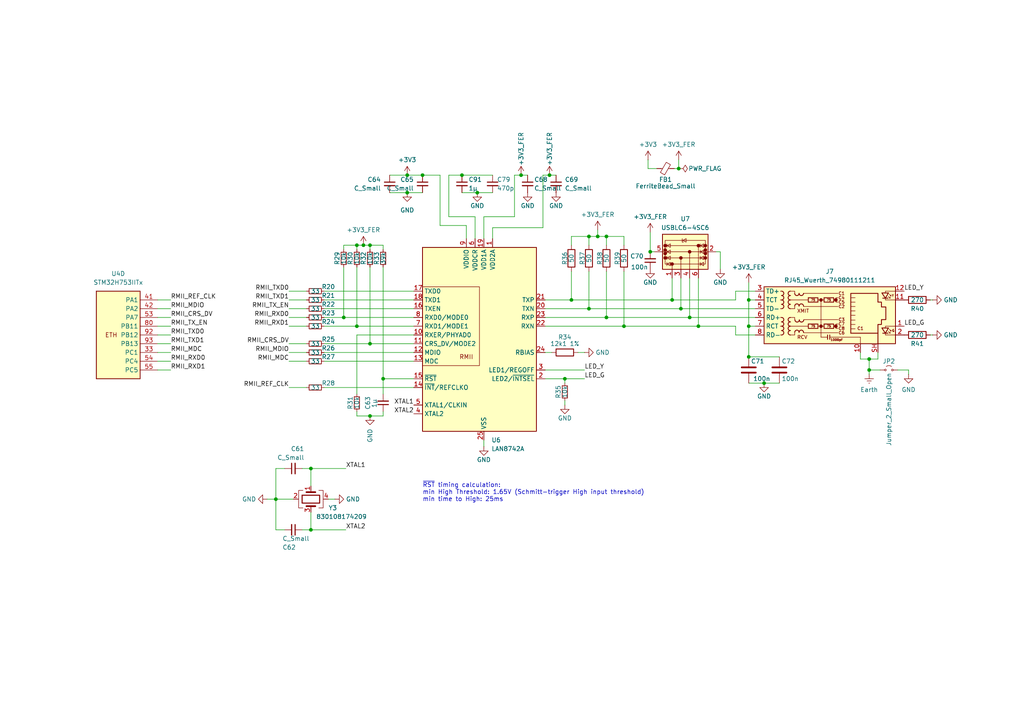
<source format=kicad_sch>
(kicad_sch
	(version 20231120)
	(generator "eeschema")
	(generator_version "8.0")
	(uuid "646f0ec7-69cc-4f42-8786-19ce68dbe63b")
	(paper "A4")
	
	(junction
		(at 196.85 48.895)
		(diameter 0)
		(color 0 0 0 0)
		(uuid "049ee6f0-edd9-4de9-9d41-d67b7d7371c4")
	)
	(junction
		(at 252.095 107.315)
		(diameter 0)
		(color 0 0 0 0)
		(uuid "0a4dc002-a1a1-4420-82d9-0f8650ef61be")
	)
	(junction
		(at 111.125 109.855)
		(diameter 0)
		(color 0 0 0 0)
		(uuid "0aeb24f3-d935-490b-b775-65b25b725630")
	)
	(junction
		(at 194.945 86.995)
		(diameter 0)
		(color 0 0 0 0)
		(uuid "0fb4ec72-262c-40e3-9fd7-114db742f106")
	)
	(junction
		(at 163.83 109.855)
		(diameter 0)
		(color 0 0 0 0)
		(uuid "1b0dfb70-1ae2-419b-8562-dfad3b9b2ec1")
	)
	(junction
		(at 103.505 94.615)
		(diameter 0)
		(color 0 0 0 0)
		(uuid "2035bcc3-7426-4bcb-8edc-fae5b3357d94")
	)
	(junction
		(at 151.13 50.8)
		(diameter 0)
		(color 0 0 0 0)
		(uuid "2647d42f-9872-4cd1-b370-3dd4abad0ecf")
	)
	(junction
		(at 180.975 94.615)
		(diameter 0)
		(color 0 0 0 0)
		(uuid "365a1506-233c-4ff0-95cc-7f7a59db9742")
	)
	(junction
		(at 200.025 92.075)
		(diameter 0)
		(color 0 0 0 0)
		(uuid "39ba61ac-1fc3-4cdb-b801-1efe81804a82")
	)
	(junction
		(at 107.315 120.65)
		(diameter 0)
		(color 0 0 0 0)
		(uuid "3caa55c8-7e53-48bf-9414-1076f45003e0")
	)
	(junction
		(at 105.41 71.12)
		(diameter 0)
		(color 0 0 0 0)
		(uuid "4563f12f-6c71-486f-bec4-dc93e0f0bdd0")
	)
	(junction
		(at 165.735 86.995)
		(diameter 0)
		(color 0 0 0 0)
		(uuid "463d78f6-9a6e-4f37-93c6-b49793c12db1")
	)
	(junction
		(at 118.11 55.88)
		(diameter 0)
		(color 0 0 0 0)
		(uuid "4bf41199-004c-45e6-afd5-495ee1701c9b")
	)
	(junction
		(at 159.385 50.8)
		(diameter 0)
		(color 0 0 0 0)
		(uuid "4d300525-7eec-4176-997d-066554a55c5b")
	)
	(junction
		(at 221.615 111.125)
		(diameter 0)
		(color 0 0 0 0)
		(uuid "5f43df96-af99-4f70-af0c-81c21162083a")
	)
	(junction
		(at 217.17 86.995)
		(diameter 0)
		(color 0 0 0 0)
		(uuid "608c3ba2-14a8-4f9c-8522-bde368058f20")
	)
	(junction
		(at 80.01 144.78)
		(diameter 0)
		(color 0 0 0 0)
		(uuid "787f373f-9e88-4948-aee8-3d2848b59e9a")
	)
	(junction
		(at 175.895 92.075)
		(diameter 0)
		(color 0 0 0 0)
		(uuid "7fe16ac2-7ca3-4751-a581-5dcb8a6c92fd")
	)
	(junction
		(at 217.17 103.505)
		(diameter 0)
		(color 0 0 0 0)
		(uuid "9beb3c46-0a2f-4454-ac89-62302ac3b4b6")
	)
	(junction
		(at 99.695 92.075)
		(diameter 0)
		(color 0 0 0 0)
		(uuid "a19ea777-a0c8-4300-8c9c-2eff811d80a8")
	)
	(junction
		(at 173.355 68.58)
		(diameter 0)
		(color 0 0 0 0)
		(uuid "aae18f9d-4e04-46ce-b266-d0e944fa6fe0")
	)
	(junction
		(at 103.505 71.12)
		(diameter 0)
		(color 0 0 0 0)
		(uuid "abafef1c-2e60-46e4-a8ae-5d7767c8353f")
	)
	(junction
		(at 90.17 135.89)
		(diameter 0)
		(color 0 0 0 0)
		(uuid "aebe97b2-90e8-4de5-ae36-1e13702e691f")
	)
	(junction
		(at 217.17 94.615)
		(diameter 0)
		(color 0 0 0 0)
		(uuid "b9cce664-a30d-45fa-9a00-8b22b82def88")
	)
	(junction
		(at 202.565 94.615)
		(diameter 0)
		(color 0 0 0 0)
		(uuid "bf3fee38-ce73-4e40-99a7-39375a04cd81")
	)
	(junction
		(at 170.815 89.535)
		(diameter 0)
		(color 0 0 0 0)
		(uuid "c3700580-2003-4b1e-b1bb-6f518b3b860f")
	)
	(junction
		(at 107.315 71.12)
		(diameter 0)
		(color 0 0 0 0)
		(uuid "c8b15e7b-5ed9-416a-93dc-b2a461b3b216")
	)
	(junction
		(at 107.315 99.695)
		(diameter 0)
		(color 0 0 0 0)
		(uuid "d39b6d90-3daf-408a-85ef-31f5d5d58189")
	)
	(junction
		(at 170.815 68.58)
		(diameter 0)
		(color 0 0 0 0)
		(uuid "dbd60596-381e-4027-a0e0-5a70fa2bfffb")
	)
	(junction
		(at 118.11 50.8)
		(diameter 0)
		(color 0 0 0 0)
		(uuid "e18b112c-1c1f-4eb5-a9e5-ee22a43b638c")
	)
	(junction
		(at 175.895 68.58)
		(diameter 0)
		(color 0 0 0 0)
		(uuid "e67fad01-e732-47db-8c6b-05e5527967e6")
	)
	(junction
		(at 188.595 73.025)
		(diameter 0)
		(color 0 0 0 0)
		(uuid "f00bcc62-17d4-4f90-8f03-15fd4a6927a5")
	)
	(junction
		(at 197.485 89.535)
		(diameter 0)
		(color 0 0 0 0)
		(uuid "f2e34f27-b83c-4a30-9fb3-fde1faa8bd40")
	)
	(junction
		(at 90.17 153.67)
		(diameter 0)
		(color 0 0 0 0)
		(uuid "f671a679-fe35-4bcb-8fc5-8cfb555ede48")
	)
	(junction
		(at 138.43 55.88)
		(diameter 0)
		(color 0 0 0 0)
		(uuid "f7882165-b142-422f-b8b9-e7dd0618ad3f")
	)
	(junction
		(at 133.985 50.8)
		(diameter 0)
		(color 0 0 0 0)
		(uuid "f8fde5d8-42bd-473d-8f11-6dac1d9074ab")
	)
	(junction
		(at 122.555 50.8)
		(diameter 0)
		(color 0 0 0 0)
		(uuid "fd3d56cb-5792-4948-87e2-9e094dd849b5")
	)
	(junction
		(at 252.095 104.14)
		(diameter 0)
		(color 0 0 0 0)
		(uuid "fe636ced-f702-4712-8005-0b89218216b5")
	)
	(wire
		(pts
			(xy 217.17 111.125) (xy 221.615 111.125)
		)
		(stroke
			(width 0)
			(type default)
		)
		(uuid "00144ff2-1693-4af6-869b-7e0a6c94bd1c")
	)
	(wire
		(pts
			(xy 157.48 50.8) (xy 157.48 66.04)
		)
		(stroke
			(width 0)
			(type default)
		)
		(uuid "01affafa-6033-4662-b39b-b9bf66857308")
	)
	(wire
		(pts
			(xy 80.01 144.78) (xy 77.47 144.78)
		)
		(stroke
			(width 0)
			(type default)
		)
		(uuid "01ba70ec-75c3-48c2-bdc1-3082c9c1ff85")
	)
	(wire
		(pts
			(xy 263.525 108.585) (xy 263.525 107.315)
		)
		(stroke
			(width 0)
			(type default)
		)
		(uuid "06da63f1-7d48-4675-bf23-6154b3e6b7ac")
	)
	(wire
		(pts
			(xy 170.815 68.58) (xy 173.355 68.58)
		)
		(stroke
			(width 0)
			(type default)
		)
		(uuid "08911034-c627-4506-90df-866254fed377")
	)
	(wire
		(pts
			(xy 200.025 92.075) (xy 219.075 92.075)
		)
		(stroke
			(width 0)
			(type default)
		)
		(uuid "09c9e282-deee-40a3-9fa8-291b206bd2f5")
	)
	(wire
		(pts
			(xy 188.595 73.025) (xy 189.865 73.025)
		)
		(stroke
			(width 0)
			(type default)
		)
		(uuid "0af78097-134e-4eab-8e4d-2b17537b0a86")
	)
	(wire
		(pts
			(xy 103.505 71.12) (xy 103.505 72.39)
		)
		(stroke
			(width 0)
			(type default)
		)
		(uuid "0d4f2b73-4153-4178-a506-1e102a676c5a")
	)
	(wire
		(pts
			(xy 173.355 68.58) (xy 175.895 68.58)
		)
		(stroke
			(width 0)
			(type default)
		)
		(uuid "0fccca0a-4dda-4e18-8f4f-5693216504e8")
	)
	(wire
		(pts
			(xy 202.565 80.645) (xy 202.565 94.615)
		)
		(stroke
			(width 0)
			(type default)
		)
		(uuid "118a8e0b-9dfc-4ffd-9d07-d677aabac299")
	)
	(wire
		(pts
			(xy 118.11 50.8) (xy 122.555 50.8)
		)
		(stroke
			(width 0)
			(type default)
		)
		(uuid "142354ed-9bf0-4114-ba7d-84b1d9257e05")
	)
	(wire
		(pts
			(xy 170.815 78.74) (xy 170.815 89.535)
		)
		(stroke
			(width 0)
			(type default)
		)
		(uuid "15301487-0332-4c24-87d6-9ebe513c5aa8")
	)
	(wire
		(pts
			(xy 180.975 78.74) (xy 180.975 94.615)
		)
		(stroke
			(width 0)
			(type default)
		)
		(uuid "16d55de7-d73b-4de9-a28a-2ad1512f7552")
	)
	(wire
		(pts
			(xy 173.355 66.675) (xy 173.355 68.58)
		)
		(stroke
			(width 0)
			(type default)
		)
		(uuid "20e0de63-6e19-4287-9b59-e7006fd03ea4")
	)
	(wire
		(pts
			(xy 165.735 71.12) (xy 165.735 68.58)
		)
		(stroke
			(width 0)
			(type default)
		)
		(uuid "2125a24a-c2df-4b5f-9ce4-1ba7ca1ac7f3")
	)
	(wire
		(pts
			(xy 217.17 94.615) (xy 219.075 94.615)
		)
		(stroke
			(width 0)
			(type default)
		)
		(uuid "220e8c9f-eddd-4d41-b867-0777ab93f49f")
	)
	(wire
		(pts
			(xy 45.72 92.075) (xy 49.53 92.075)
		)
		(stroke
			(width 0)
			(type default)
		)
		(uuid "23d2efb4-7bcc-48a4-909b-bbd3d05a2745")
	)
	(wire
		(pts
			(xy 158.115 94.615) (xy 180.975 94.615)
		)
		(stroke
			(width 0)
			(type default)
		)
		(uuid "2654fbbe-d5a5-49a7-96c1-e5d3d9cbd202")
	)
	(wire
		(pts
			(xy 103.505 97.155) (xy 103.505 114.3)
		)
		(stroke
			(width 0)
			(type default)
		)
		(uuid "26b370ea-f94a-4cc7-8796-34563f511ab4")
	)
	(wire
		(pts
			(xy 122.555 50.8) (xy 127.635 50.8)
		)
		(stroke
			(width 0)
			(type default)
		)
		(uuid "279ee345-a8ac-4a81-89cf-2abbd26670bf")
	)
	(wire
		(pts
			(xy 83.82 92.075) (xy 88.9 92.075)
		)
		(stroke
			(width 0)
			(type default)
		)
		(uuid "28e1c6e0-596e-45fc-a2ae-dfd4218dcc2b")
	)
	(wire
		(pts
			(xy 93.98 89.535) (xy 120.015 89.535)
		)
		(stroke
			(width 0)
			(type default)
		)
		(uuid "2908b5f3-1eb4-488d-b97d-e1d760736771")
	)
	(wire
		(pts
			(xy 127.635 65.405) (xy 135.255 65.405)
		)
		(stroke
			(width 0)
			(type default)
		)
		(uuid "29531760-dd99-46ec-b090-373b73def878")
	)
	(wire
		(pts
			(xy 93.98 92.075) (xy 99.695 92.075)
		)
		(stroke
			(width 0)
			(type default)
		)
		(uuid "2b2480a8-a9e9-4d94-a36d-49898046089b")
	)
	(wire
		(pts
			(xy 45.72 104.775) (xy 49.53 104.775)
		)
		(stroke
			(width 0)
			(type default)
		)
		(uuid "2d1889fb-b78d-46bc-9b9f-a77d13ac50da")
	)
	(wire
		(pts
			(xy 149.225 62.865) (xy 140.335 62.865)
		)
		(stroke
			(width 0)
			(type default)
		)
		(uuid "2da8ee30-603c-4699-bd2a-d6150ecec628")
	)
	(wire
		(pts
			(xy 45.72 102.235) (xy 49.53 102.235)
		)
		(stroke
			(width 0)
			(type default)
		)
		(uuid "2fcd5923-5415-4aa0-b1b2-2572d5169ef0")
	)
	(wire
		(pts
			(xy 213.36 97.155) (xy 213.36 94.615)
		)
		(stroke
			(width 0)
			(type default)
		)
		(uuid "303ec749-b4df-4895-af78-935caf4ffa85")
	)
	(wire
		(pts
			(xy 249.555 102.235) (xy 249.555 104.14)
		)
		(stroke
			(width 0)
			(type default)
		)
		(uuid "339e1b2d-bb9b-420b-8721-d254f6400d5d")
	)
	(wire
		(pts
			(xy 83.82 102.235) (xy 88.9 102.235)
		)
		(stroke
			(width 0)
			(type default)
		)
		(uuid "34208d06-6624-45f4-8759-b98580b4cab6")
	)
	(wire
		(pts
			(xy 93.98 102.235) (xy 120.015 102.235)
		)
		(stroke
			(width 0)
			(type default)
		)
		(uuid "35e81548-5ac8-467a-a178-4c0ac688ccd6")
	)
	(wire
		(pts
			(xy 83.82 94.615) (xy 88.9 94.615)
		)
		(stroke
			(width 0)
			(type default)
		)
		(uuid "3a18ed65-3736-42ee-a19e-d4fe4e0db912")
	)
	(wire
		(pts
			(xy 130.175 50.8) (xy 130.175 62.865)
		)
		(stroke
			(width 0)
			(type default)
		)
		(uuid "429cc455-908c-4731-9f3e-59cdf1306dda")
	)
	(wire
		(pts
			(xy 83.82 89.535) (xy 88.9 89.535)
		)
		(stroke
			(width 0)
			(type default)
		)
		(uuid "436c1e9b-5847-48e1-8461-50d0c76d4f4d")
	)
	(wire
		(pts
			(xy 163.83 109.855) (xy 158.115 109.855)
		)
		(stroke
			(width 0)
			(type default)
		)
		(uuid "43dae1d9-5de7-4a35-8a77-507e554c0068")
	)
	(wire
		(pts
			(xy 187.96 48.895) (xy 190.5 48.895)
		)
		(stroke
			(width 0)
			(type default)
		)
		(uuid "48a5b44a-d3cd-4119-adc8-7a67986557fb")
	)
	(wire
		(pts
			(xy 194.945 86.995) (xy 213.36 86.995)
		)
		(stroke
			(width 0)
			(type default)
		)
		(uuid "49a09884-c4f9-4fb9-af64-7c5e38ae0089")
	)
	(wire
		(pts
			(xy 175.895 92.075) (xy 200.025 92.075)
		)
		(stroke
			(width 0)
			(type default)
		)
		(uuid "4b7f8fc0-827f-4f00-b156-8f616aaebcf6")
	)
	(wire
		(pts
			(xy 107.315 77.47) (xy 107.315 99.695)
		)
		(stroke
			(width 0)
			(type default)
		)
		(uuid "4bc5c759-75f0-40ef-a141-a41cb1f491fc")
	)
	(wire
		(pts
			(xy 175.895 78.74) (xy 175.895 92.075)
		)
		(stroke
			(width 0)
			(type default)
		)
		(uuid "4d5374fe-a43a-4c9b-b414-195fc28fb9b7")
	)
	(wire
		(pts
			(xy 111.125 72.39) (xy 111.125 71.12)
		)
		(stroke
			(width 0)
			(type default)
		)
		(uuid "4dff4e67-cad5-4f92-98a5-4953a8dd4e56")
	)
	(wire
		(pts
			(xy 82.55 153.67) (xy 80.01 153.67)
		)
		(stroke
			(width 0)
			(type default)
		)
		(uuid "4e385c0d-88cc-48c9-a4b5-aefeda986768")
	)
	(wire
		(pts
			(xy 133.985 55.88) (xy 138.43 55.88)
		)
		(stroke
			(width 0)
			(type default)
		)
		(uuid "522a4a19-7f4a-411b-b5a1-ed8003c0efd3")
	)
	(wire
		(pts
			(xy 83.82 86.995) (xy 88.9 86.995)
		)
		(stroke
			(width 0)
			(type default)
		)
		(uuid "52bf19ae-217a-4d6e-9ab1-0d2ab2ccf89a")
	)
	(wire
		(pts
			(xy 270.51 86.995) (xy 269.875 86.995)
		)
		(stroke
			(width 0)
			(type default)
		)
		(uuid "55698565-bacc-4261-aa34-18d5c76ebd76")
	)
	(wire
		(pts
			(xy 197.485 80.645) (xy 197.485 89.535)
		)
		(stroke
			(width 0)
			(type default)
		)
		(uuid "56d8dadf-b674-4028-8f4e-65c3909af058")
	)
	(wire
		(pts
			(xy 83.82 84.455) (xy 88.9 84.455)
		)
		(stroke
			(width 0)
			(type default)
		)
		(uuid "5937e630-c0ef-452a-b08d-abca98131ba2")
	)
	(wire
		(pts
			(xy 45.72 89.535) (xy 49.53 89.535)
		)
		(stroke
			(width 0)
			(type default)
		)
		(uuid "5e24a51b-7d35-445e-a28a-0a7f428dde79")
	)
	(wire
		(pts
			(xy 95.25 144.78) (xy 97.155 144.78)
		)
		(stroke
			(width 0)
			(type default)
		)
		(uuid "61508d60-da4b-43b3-894f-9d6e19fa150a")
	)
	(wire
		(pts
			(xy 103.505 97.155) (xy 120.015 97.155)
		)
		(stroke
			(width 0)
			(type default)
		)
		(uuid "61b320ff-404a-46cc-a700-a316d6f91a6b")
	)
	(wire
		(pts
			(xy 187.96 46.355) (xy 187.96 48.895)
		)
		(stroke
			(width 0)
			(type default)
		)
		(uuid "61d58686-f4f3-4cd0-9e72-c6599e6e60e5")
	)
	(wire
		(pts
			(xy 163.83 109.855) (xy 163.83 111.125)
		)
		(stroke
			(width 0)
			(type default)
		)
		(uuid "674f085f-fb53-4729-8e44-4201119212aa")
	)
	(wire
		(pts
			(xy 165.735 86.995) (xy 194.945 86.995)
		)
		(stroke
			(width 0)
			(type default)
		)
		(uuid "68e7ac38-1da3-479d-a797-f782c6d0134f")
	)
	(wire
		(pts
			(xy 130.175 50.8) (xy 133.985 50.8)
		)
		(stroke
			(width 0)
			(type default)
		)
		(uuid "68f2f386-eb02-421e-a7d1-2f8fbe6da36d")
	)
	(wire
		(pts
			(xy 113.03 50.8) (xy 118.11 50.8)
		)
		(stroke
			(width 0)
			(type default)
		)
		(uuid "68fb5c3d-f8f2-47a7-a0d0-a55e8c94480d")
	)
	(wire
		(pts
			(xy 213.36 84.455) (xy 219.075 84.455)
		)
		(stroke
			(width 0)
			(type default)
		)
		(uuid "6afcbffe-476b-4748-95fe-8ea452c242cd")
	)
	(wire
		(pts
			(xy 45.72 99.695) (xy 49.53 99.695)
		)
		(stroke
			(width 0)
			(type default)
		)
		(uuid "6b66700f-6440-4a98-9ea2-912876cb0c86")
	)
	(wire
		(pts
			(xy 252.095 107.315) (xy 255.27 107.315)
		)
		(stroke
			(width 0)
			(type default)
		)
		(uuid "6c6c5d66-4a78-43a2-ad9f-8471ed731a0b")
	)
	(wire
		(pts
			(xy 180.975 68.58) (xy 180.975 71.12)
		)
		(stroke
			(width 0)
			(type default)
		)
		(uuid "6c972cd1-4da0-4615-aed0-1b0e67e4768a")
	)
	(wire
		(pts
			(xy 219.075 86.995) (xy 217.17 86.995)
		)
		(stroke
			(width 0)
			(type default)
		)
		(uuid "6e785828-3fe3-4bff-b9a6-2ec11b609e3c")
	)
	(wire
		(pts
			(xy 93.98 104.775) (xy 120.015 104.775)
		)
		(stroke
			(width 0)
			(type default)
		)
		(uuid "70012f6e-429d-42e8-b068-535d4aff1b38")
	)
	(wire
		(pts
			(xy 103.505 71.12) (xy 105.41 71.12)
		)
		(stroke
			(width 0)
			(type default)
		)
		(uuid "7129da73-7193-432a-864d-9d42b90060be")
	)
	(wire
		(pts
			(xy 217.17 103.505) (xy 226.06 103.505)
		)
		(stroke
			(width 0)
			(type default)
		)
		(uuid "78aba207-eb8b-48e5-be39-c7b69e8a494c")
	)
	(wire
		(pts
			(xy 270.51 97.155) (xy 269.875 97.155)
		)
		(stroke
			(width 0)
			(type default)
		)
		(uuid "7bcc2f40-53e0-4560-bac4-206255dca4e5")
	)
	(wire
		(pts
			(xy 99.695 92.075) (xy 120.015 92.075)
		)
		(stroke
			(width 0)
			(type default)
		)
		(uuid "7c2481da-70c0-4909-862e-16149359c609")
	)
	(wire
		(pts
			(xy 133.985 50.8) (xy 142.875 50.8)
		)
		(stroke
			(width 0)
			(type default)
		)
		(uuid "7c97ce75-94c9-4b10-8262-850d8bbb3df6")
	)
	(wire
		(pts
			(xy 90.17 135.89) (xy 90.17 140.97)
		)
		(stroke
			(width 0)
			(type default)
		)
		(uuid "7ea64745-433b-4445-8340-fe5232f8e914")
	)
	(wire
		(pts
			(xy 93.98 112.395) (xy 120.015 112.395)
		)
		(stroke
			(width 0)
			(type default)
		)
		(uuid "7fbc9325-e968-4f74-9b93-5bd8d08d7e5f")
	)
	(wire
		(pts
			(xy 93.98 84.455) (xy 120.015 84.455)
		)
		(stroke
			(width 0)
			(type default)
		)
		(uuid "80a4a5ca-feda-453f-b37e-273cf993fdbe")
	)
	(wire
		(pts
			(xy 169.545 107.315) (xy 158.115 107.315)
		)
		(stroke
			(width 0)
			(type default)
		)
		(uuid "812ff3f7-f076-40b5-8856-3a597416b7eb")
	)
	(wire
		(pts
			(xy 170.815 89.535) (xy 197.485 89.535)
		)
		(stroke
			(width 0)
			(type default)
		)
		(uuid "82092a5a-e0f7-4f4e-9049-9e99b980a1b6")
	)
	(wire
		(pts
			(xy 208.915 78.105) (xy 208.915 73.025)
		)
		(stroke
			(width 0)
			(type default)
		)
		(uuid "83ea4a83-a30c-48bd-9175-53b0aa084a6a")
	)
	(wire
		(pts
			(xy 99.695 77.47) (xy 99.695 92.075)
		)
		(stroke
			(width 0)
			(type default)
		)
		(uuid "871fb53c-fd13-4b02-abc0-fe5e27b7b0a5")
	)
	(wire
		(pts
			(xy 158.115 89.535) (xy 170.815 89.535)
		)
		(stroke
			(width 0)
			(type default)
		)
		(uuid "8a403cb8-dfd3-4ae5-be0f-3761e62ab178")
	)
	(wire
		(pts
			(xy 83.82 99.695) (xy 88.9 99.695)
		)
		(stroke
			(width 0)
			(type default)
		)
		(uuid "8a5a1edd-b612-4278-ace6-d9a58e952d76")
	)
	(wire
		(pts
			(xy 103.505 94.615) (xy 120.015 94.615)
		)
		(stroke
			(width 0)
			(type default)
		)
		(uuid "8bc3e9a0-e3c7-4ab7-81fe-5f240abc8e28")
	)
	(wire
		(pts
			(xy 208.915 73.025) (xy 207.645 73.025)
		)
		(stroke
			(width 0)
			(type default)
		)
		(uuid "8c28dfd6-f055-4f0f-bfd7-60187e203c7b")
	)
	(wire
		(pts
			(xy 169.545 109.855) (xy 163.83 109.855)
		)
		(stroke
			(width 0)
			(type default)
		)
		(uuid "8ded6cc0-737a-4c89-89a1-f1139eb4cc8e")
	)
	(wire
		(pts
			(xy 83.82 104.775) (xy 88.9 104.775)
		)
		(stroke
			(width 0)
			(type default)
		)
		(uuid "8e0b8178-31de-48d9-b9c1-9458379f8036")
	)
	(wire
		(pts
			(xy 165.735 78.74) (xy 165.735 86.995)
		)
		(stroke
			(width 0)
			(type default)
		)
		(uuid "91da2b26-22a0-4542-b2ee-931d057c3727")
	)
	(wire
		(pts
			(xy 90.17 153.67) (xy 87.63 153.67)
		)
		(stroke
			(width 0)
			(type default)
		)
		(uuid "92bf7c38-400d-49d1-ad9d-4d9a6ce02c7c")
	)
	(wire
		(pts
			(xy 217.17 81.915) (xy 217.17 86.995)
		)
		(stroke
			(width 0)
			(type default)
		)
		(uuid "94478a99-c3c4-4e4c-a495-d24168655c5f")
	)
	(wire
		(pts
			(xy 127.635 50.8) (xy 127.635 65.405)
		)
		(stroke
			(width 0)
			(type default)
		)
		(uuid "94a1c5ba-7c20-4a13-9b87-f0fa0e9f28df")
	)
	(wire
		(pts
			(xy 254.635 102.235) (xy 254.635 104.14)
		)
		(stroke
			(width 0)
			(type default)
		)
		(uuid "952da97a-927e-4ca1-baaf-7ff4a88abfb2")
	)
	(wire
		(pts
			(xy 252.095 104.14) (xy 254.635 104.14)
		)
		(stroke
			(width 0)
			(type default)
		)
		(uuid "97f110a7-551f-4025-aabc-dea7c2b7dcd7")
	)
	(wire
		(pts
			(xy 249.555 104.14) (xy 252.095 104.14)
		)
		(stroke
			(width 0)
			(type default)
		)
		(uuid "984cd56c-c49f-48f8-aa4b-f552714fdc23")
	)
	(wire
		(pts
			(xy 45.72 107.315) (xy 49.53 107.315)
		)
		(stroke
			(width 0)
			(type default)
		)
		(uuid "9885e643-76f4-43fa-bcbf-55ff7c90248a")
	)
	(wire
		(pts
			(xy 80.01 135.89) (xy 82.55 135.89)
		)
		(stroke
			(width 0)
			(type default)
		)
		(uuid "9b556e72-6b69-440e-8dd6-395eced69758")
	)
	(wire
		(pts
			(xy 260.35 107.315) (xy 263.525 107.315)
		)
		(stroke
			(width 0)
			(type default)
		)
		(uuid "9cf1c10b-b647-46e8-a76f-84bc75175116")
	)
	(wire
		(pts
			(xy 83.82 112.395) (xy 88.9 112.395)
		)
		(stroke
			(width 0)
			(type default)
		)
		(uuid "9d47613c-b2e9-47d4-b847-783c0eecfe36")
	)
	(wire
		(pts
			(xy 80.01 144.78) (xy 85.09 144.78)
		)
		(stroke
			(width 0)
			(type default)
		)
		(uuid "9e328c0b-b8d0-44c3-9502-a376eb60c70f")
	)
	(wire
		(pts
			(xy 195.58 48.895) (xy 196.85 48.895)
		)
		(stroke
			(width 0)
			(type default)
		)
		(uuid "9f77652f-e7f9-4d2e-9fd8-b7fed4b023d7")
	)
	(wire
		(pts
			(xy 45.72 97.155) (xy 49.53 97.155)
		)
		(stroke
			(width 0)
			(type default)
		)
		(uuid "a15bffc4-03ec-4494-b211-30b28e55de7c")
	)
	(wire
		(pts
			(xy 159.385 50.8) (xy 161.29 50.8)
		)
		(stroke
			(width 0)
			(type default)
		)
		(uuid "a1b019fd-8deb-484b-9046-8f51a332eb08")
	)
	(wire
		(pts
			(xy 107.315 120.65) (xy 111.125 120.65)
		)
		(stroke
			(width 0)
			(type default)
		)
		(uuid "a217d090-1d38-4eee-829a-2cd8d5b17e1d")
	)
	(wire
		(pts
			(xy 100.33 135.89) (xy 90.17 135.89)
		)
		(stroke
			(width 0)
			(type default)
		)
		(uuid "a3ac8f3e-6ccb-4afa-b5be-fc8a54d1b5c3")
	)
	(wire
		(pts
			(xy 157.48 50.8) (xy 159.385 50.8)
		)
		(stroke
			(width 0)
			(type default)
		)
		(uuid "a6e42b82-5250-4794-aa1b-6a9d3cc2a740")
	)
	(wire
		(pts
			(xy 93.98 86.995) (xy 120.015 86.995)
		)
		(stroke
			(width 0)
			(type default)
		)
		(uuid "a7868e83-bfe3-479d-bf66-bb3b1a2e03db")
	)
	(wire
		(pts
			(xy 153.035 50.8) (xy 151.13 50.8)
		)
		(stroke
			(width 0)
			(type default)
		)
		(uuid "a78d45b3-6f4b-40c8-b675-b373cdf2db95")
	)
	(wire
		(pts
			(xy 80.01 144.78) (xy 80.01 135.89)
		)
		(stroke
			(width 0)
			(type default)
		)
		(uuid "a80f71b5-806b-448e-8d71-c0fa43b87a80")
	)
	(wire
		(pts
			(xy 157.48 66.04) (xy 142.875 66.04)
		)
		(stroke
			(width 0)
			(type default)
		)
		(uuid "aca29c85-595d-4868-bff2-7837dc83bbb1")
	)
	(wire
		(pts
			(xy 175.895 68.58) (xy 175.895 71.12)
		)
		(stroke
			(width 0)
			(type default)
		)
		(uuid "acfd7b76-16dc-49f2-a48a-5c7cd1ce04e7")
	)
	(wire
		(pts
			(xy 194.945 80.645) (xy 194.945 86.995)
		)
		(stroke
			(width 0)
			(type default)
		)
		(uuid "ad60bc0e-9462-4d07-811d-ade200ec1991")
	)
	(wire
		(pts
			(xy 45.72 86.995) (xy 49.53 86.995)
		)
		(stroke
			(width 0)
			(type default)
		)
		(uuid "ad8abd60-dcfd-4719-84a8-2aa3bb4d78e2")
	)
	(wire
		(pts
			(xy 100.33 153.67) (xy 90.17 153.67)
		)
		(stroke
			(width 0)
			(type default)
		)
		(uuid "adc8bd2c-37d6-4047-8788-f3094fbc5d11")
	)
	(wire
		(pts
			(xy 103.505 77.47) (xy 103.505 94.615)
		)
		(stroke
			(width 0)
			(type default)
		)
		(uuid "b147d74c-0249-49e5-ba86-6d63126ec931")
	)
	(wire
		(pts
			(xy 140.335 127.635) (xy 140.335 129.54)
		)
		(stroke
			(width 0)
			(type default)
		)
		(uuid "b15c7db4-bbd8-467f-ada9-e6ccec227f53")
	)
	(wire
		(pts
			(xy 217.17 94.615) (xy 217.17 103.505)
		)
		(stroke
			(width 0)
			(type default)
		)
		(uuid "b3b6295f-3bd7-4cb7-8d2f-5eb061c3ec6f")
	)
	(wire
		(pts
			(xy 196.85 46.355) (xy 196.85 48.895)
		)
		(stroke
			(width 0)
			(type default)
		)
		(uuid "b3eb0eee-b544-43cc-ac14-ef786a2e8e70")
	)
	(wire
		(pts
			(xy 45.72 94.615) (xy 49.53 94.615)
		)
		(stroke
			(width 0)
			(type default)
		)
		(uuid "b659373f-abac-4095-91b7-3cd134be45d6")
	)
	(wire
		(pts
			(xy 103.505 120.65) (xy 107.315 120.65)
		)
		(stroke
			(width 0)
			(type default)
		)
		(uuid "b73903b7-494b-4637-8729-42a2bd00ff34")
	)
	(wire
		(pts
			(xy 135.255 65.405) (xy 135.255 69.215)
		)
		(stroke
			(width 0)
			(type default)
		)
		(uuid "b9e03fb6-2f0c-4279-b9d4-c71f9ecc5acc")
	)
	(wire
		(pts
			(xy 200.025 80.645) (xy 200.025 92.075)
		)
		(stroke
			(width 0)
			(type default)
		)
		(uuid "ba6b1bb9-961d-4b7c-b9d8-fac7fc52d59c")
	)
	(wire
		(pts
			(xy 221.615 111.125) (xy 226.06 111.125)
		)
		(stroke
			(width 0)
			(type default)
		)
		(uuid "bbbb2aa4-d452-4a66-bb98-5d058a59c6cb")
	)
	(wire
		(pts
			(xy 111.125 120.65) (xy 111.125 119.38)
		)
		(stroke
			(width 0)
			(type default)
		)
		(uuid "bc65dd97-6b27-46a0-a9b7-12090675e50e")
	)
	(wire
		(pts
			(xy 197.485 89.535) (xy 219.075 89.535)
		)
		(stroke
			(width 0)
			(type default)
		)
		(uuid "bd0553eb-77a6-4647-a4c3-297b942873da")
	)
	(wire
		(pts
			(xy 99.695 71.12) (xy 103.505 71.12)
		)
		(stroke
			(width 0)
			(type default)
		)
		(uuid "be79e75b-7ed4-4d49-a22c-57af6699a84b")
	)
	(wire
		(pts
			(xy 158.115 92.075) (xy 175.895 92.075)
		)
		(stroke
			(width 0)
			(type default)
		)
		(uuid "bea9ac0c-383b-43e8-bd7a-ed1b0184cb56")
	)
	(wire
		(pts
			(xy 163.83 116.205) (xy 163.83 117.475)
		)
		(stroke
			(width 0)
			(type default)
		)
		(uuid "bf9515c4-18eb-4e02-b1ea-e1efa3d812c6")
	)
	(wire
		(pts
			(xy 252.095 104.14) (xy 252.095 107.315)
		)
		(stroke
			(width 0)
			(type default)
		)
		(uuid "c00f1a19-9a24-4f94-a353-f0a3934af9f0")
	)
	(wire
		(pts
			(xy 160.02 102.235) (xy 158.115 102.235)
		)
		(stroke
			(width 0)
			(type default)
		)
		(uuid "c2a5f62a-48ec-4025-9c16-f41f634127df")
	)
	(wire
		(pts
			(xy 93.98 94.615) (xy 103.505 94.615)
		)
		(stroke
			(width 0)
			(type default)
		)
		(uuid "c4f9098d-65a2-45fb-a988-1643465e1e0a")
	)
	(wire
		(pts
			(xy 107.315 99.695) (xy 120.015 99.695)
		)
		(stroke
			(width 0)
			(type default)
		)
		(uuid "c50b4b23-93b6-4403-895a-1d659fd37072")
	)
	(wire
		(pts
			(xy 151.13 50.8) (xy 149.225 50.8)
		)
		(stroke
			(width 0)
			(type default)
		)
		(uuid "c53fef38-6ac5-421b-a1b6-5eebd9c4aea7")
	)
	(wire
		(pts
			(xy 99.695 72.39) (xy 99.695 71.12)
		)
		(stroke
			(width 0)
			(type default)
		)
		(uuid "c9abb0ee-9525-464f-8566-fa1f334bf4be")
	)
	(wire
		(pts
			(xy 165.735 86.995) (xy 158.115 86.995)
		)
		(stroke
			(width 0)
			(type default)
		)
		(uuid "cc6e4fa6-f53d-490b-8743-526a9100e71d")
	)
	(wire
		(pts
			(xy 188.595 67.31) (xy 188.595 73.025)
		)
		(stroke
			(width 0)
			(type default)
		)
		(uuid "cd10e510-1d6c-49af-97e6-ac8446a06643")
	)
	(wire
		(pts
			(xy 111.125 109.855) (xy 111.125 114.3)
		)
		(stroke
			(width 0)
			(type default)
		)
		(uuid "cd86c8f3-b5bc-42ac-9da9-c963d31692ac")
	)
	(wire
		(pts
			(xy 213.36 97.155) (xy 219.075 97.155)
		)
		(stroke
			(width 0)
			(type default)
		)
		(uuid "cdf3343a-e54a-48d4-a6b3-953fb3fa9220")
	)
	(wire
		(pts
			(xy 252.095 107.315) (xy 252.095 108.585)
		)
		(stroke
			(width 0)
			(type default)
		)
		(uuid "d0c6e02d-e1dd-4228-9250-0c868f09525e")
	)
	(wire
		(pts
			(xy 165.735 68.58) (xy 170.815 68.58)
		)
		(stroke
			(width 0)
			(type default)
		)
		(uuid "d1826d52-0eba-4306-9409-8f71d86591ce")
	)
	(wire
		(pts
			(xy 111.125 77.47) (xy 111.125 109.855)
		)
		(stroke
			(width 0)
			(type default)
		)
		(uuid "d2644571-80d5-4129-81fa-97523e1d52af")
	)
	(wire
		(pts
			(xy 103.505 119.38) (xy 103.505 120.65)
		)
		(stroke
			(width 0)
			(type default)
		)
		(uuid "d32a798a-2e1b-4535-8805-d7e5ea0eaae2")
	)
	(wire
		(pts
			(xy 137.795 62.865) (xy 137.795 69.215)
		)
		(stroke
			(width 0)
			(type default)
		)
		(uuid "d7719353-f0ae-4b86-8de9-287fbe617e2c")
	)
	(wire
		(pts
			(xy 80.01 153.67) (xy 80.01 144.78)
		)
		(stroke
			(width 0)
			(type default)
		)
		(uuid "d99d427d-7613-4dc3-975f-e7800535aed9")
	)
	(wire
		(pts
			(xy 111.125 109.855) (xy 120.015 109.855)
		)
		(stroke
			(width 0)
			(type default)
		)
		(uuid "dacf0e3f-18ef-4c5e-8bbc-d74e44e547ea")
	)
	(wire
		(pts
			(xy 130.175 62.865) (xy 137.795 62.865)
		)
		(stroke
			(width 0)
			(type default)
		)
		(uuid "db4fcfd2-aede-4844-ac04-0715279789dd")
	)
	(wire
		(pts
			(xy 217.17 86.995) (xy 217.17 94.615)
		)
		(stroke
			(width 0)
			(type default)
		)
		(uuid "dd18eb2c-730b-4e31-ae7a-f77b42140eed")
	)
	(wire
		(pts
			(xy 180.975 94.615) (xy 202.565 94.615)
		)
		(stroke
			(width 0)
			(type default)
		)
		(uuid "e155ea79-d884-4589-86ae-8bf43c64a009")
	)
	(wire
		(pts
			(xy 170.815 68.58) (xy 170.815 71.12)
		)
		(stroke
			(width 0)
			(type default)
		)
		(uuid "e50b5493-8d01-4a3e-887c-511eeba7286c")
	)
	(wire
		(pts
			(xy 107.315 71.12) (xy 107.315 72.39)
		)
		(stroke
			(width 0)
			(type default)
		)
		(uuid "e5eb505e-e779-4399-a8f9-e3921bbc7710")
	)
	(wire
		(pts
			(xy 118.11 55.88) (xy 122.555 55.88)
		)
		(stroke
			(width 0)
			(type default)
		)
		(uuid "e6305fd3-d2f8-4b1d-be6d-565464e30f52")
	)
	(wire
		(pts
			(xy 149.225 50.8) (xy 149.225 62.865)
		)
		(stroke
			(width 0)
			(type default)
		)
		(uuid "e7abd211-a126-4e86-8ac4-cd6f7b1d8db2")
	)
	(wire
		(pts
			(xy 175.895 68.58) (xy 180.975 68.58)
		)
		(stroke
			(width 0)
			(type default)
		)
		(uuid "e9739e40-1808-4fcf-b512-cf42ab4a7959")
	)
	(wire
		(pts
			(xy 87.63 135.89) (xy 90.17 135.89)
		)
		(stroke
			(width 0)
			(type default)
		)
		(uuid "ec87a965-a33e-4bb4-8d61-2d5e11d06920")
	)
	(wire
		(pts
			(xy 169.545 102.235) (xy 167.64 102.235)
		)
		(stroke
			(width 0)
			(type default)
		)
		(uuid "ee017901-6604-4033-9edb-84ee8341180e")
	)
	(wire
		(pts
			(xy 105.41 71.12) (xy 107.315 71.12)
		)
		(stroke
			(width 0)
			(type default)
		)
		(uuid "eecbef23-46b2-4aa9-8bef-65f283b4ddb7")
	)
	(wire
		(pts
			(xy 142.875 66.04) (xy 142.875 69.215)
		)
		(stroke
			(width 0)
			(type default)
		)
		(uuid "ef6e78f6-c7ec-4702-9f2f-afc339511181")
	)
	(wire
		(pts
			(xy 213.36 84.455) (xy 213.36 86.995)
		)
		(stroke
			(width 0)
			(type default)
		)
		(uuid "f046ebd9-0e75-4b81-b0e1-a29ab86d327a")
	)
	(wire
		(pts
			(xy 90.17 148.59) (xy 90.17 153.67)
		)
		(stroke
			(width 0)
			(type default)
		)
		(uuid "f0ad7163-6cf0-4dc0-8878-cd318ce0e966")
	)
	(wire
		(pts
			(xy 93.98 99.695) (xy 107.315 99.695)
		)
		(stroke
			(width 0)
			(type default)
		)
		(uuid "f356096d-2687-4997-8b33-afe93c339623")
	)
	(wire
		(pts
			(xy 113.03 55.88) (xy 118.11 55.88)
		)
		(stroke
			(width 0)
			(type default)
		)
		(uuid "f4147115-69b5-4690-b520-4dc0896d7067")
	)
	(wire
		(pts
			(xy 111.125 71.12) (xy 107.315 71.12)
		)
		(stroke
			(width 0)
			(type default)
		)
		(uuid "f720fd59-61a1-409a-95ec-f86ffbe4a665")
	)
	(wire
		(pts
			(xy 202.565 94.615) (xy 213.36 94.615)
		)
		(stroke
			(width 0)
			(type default)
		)
		(uuid "faa65a5e-8d4b-4674-b116-691621917f37")
	)
	(wire
		(pts
			(xy 138.43 55.88) (xy 142.875 55.88)
		)
		(stroke
			(width 0)
			(type default)
		)
		(uuid "fd0b2736-439e-4d04-8d91-08fda19dd721")
	)
	(wire
		(pts
			(xy 140.335 62.865) (xy 140.335 69.215)
		)
		(stroke
			(width 0)
			(type default)
		)
		(uuid "fd9413b9-7e53-4c78-b960-1364993f86fe")
	)
	(text "~{RST} timing calculation:\nmin High Threshold: 1.65V (Schmitt-trigger High input threshold)\nmin time to High: 25ms"
		(exclude_from_sim no)
		(at 122.555 142.875 0)
		(effects
			(font
				(size 1.27 1.27)
			)
			(justify left)
		)
		(uuid "647e5c24-9002-4bcb-9253-b89a1429e58f")
	)
	(label "RMII_REF_CLK"
		(at 83.82 112.395 180)
		(effects
			(font
				(size 1.27 1.27)
			)
			(justify right bottom)
		)
		(uuid "26607b01-67c9-4133-821a-3356345fb417")
	)
	(label "RMII_TX_EN"
		(at 83.82 89.535 180)
		(effects
			(font
				(size 1.27 1.27)
			)
			(justify right bottom)
		)
		(uuid "29c18692-8289-4c7f-8256-bce50a093eab")
	)
	(label "LED_Y"
		(at 169.545 107.315 0)
		(effects
			(font
				(size 1.27 1.27)
			)
			(justif
... [97093 chars truncated]
</source>
